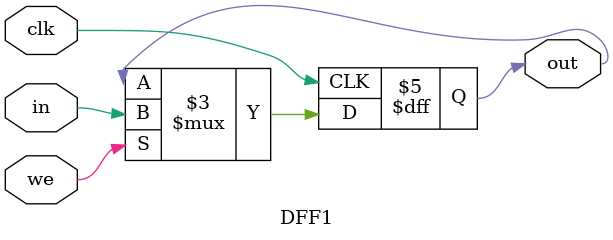
<source format=v>
module  DFF1(out,in,clk,we);
  output out;
  input  in,clk,we;  
  reg  out;

  always @ (posedge clk)
	   begin
		    if(we)
		       out<=in;		    
		    else
					 out<=out;		    
	   end
endmodule
</source>
